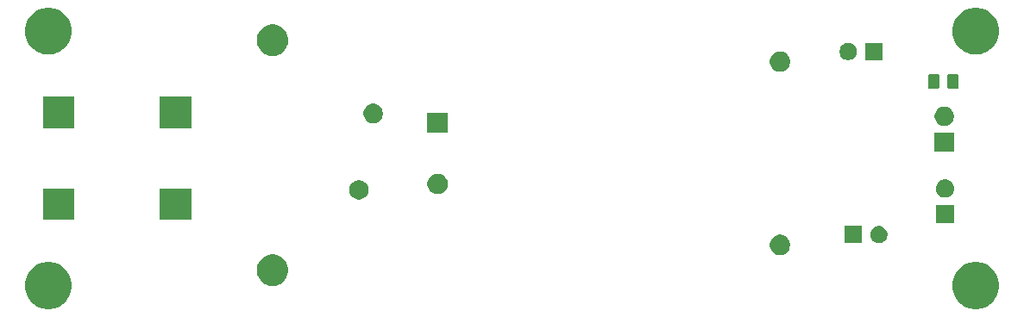
<source format=gbr>
G04 #@! TF.GenerationSoftware,KiCad,Pcbnew,(5.0.1)-3*
G04 #@! TF.CreationDate,2021-03-31T10:43:35+05:45*
G04 #@! TF.ProjectId,Power,506F7765722E6B696361645F70636200,rev?*
G04 #@! TF.SameCoordinates,Original*
G04 #@! TF.FileFunction,Soldermask,Top*
G04 #@! TF.FilePolarity,Negative*
%FSLAX46Y46*%
G04 Gerber Fmt 4.6, Leading zero omitted, Abs format (unit mm)*
G04 Created by KiCad (PCBNEW (5.0.1)-3) date 3/31/2021 10:43:35 AM*
%MOMM*%
%LPD*%
G01*
G04 APERTURE LIST*
%ADD10C,0.100000*%
G04 APERTURE END LIST*
D10*
G36*
X239448903Y-65743213D02*
X239671177Y-65787426D01*
X240089932Y-65960880D01*
X240466802Y-66212696D01*
X240787304Y-66533198D01*
X241039120Y-66910068D01*
X241212574Y-67328823D01*
X241301000Y-67773371D01*
X241301000Y-68226629D01*
X241212574Y-68671177D01*
X241039120Y-69089932D01*
X240787304Y-69466802D01*
X240466802Y-69787304D01*
X240089932Y-70039120D01*
X239671177Y-70212574D01*
X239448903Y-70256787D01*
X239226630Y-70301000D01*
X238773370Y-70301000D01*
X238551097Y-70256787D01*
X238328823Y-70212574D01*
X237910068Y-70039120D01*
X237533198Y-69787304D01*
X237212696Y-69466802D01*
X236960880Y-69089932D01*
X236787426Y-68671177D01*
X236699000Y-68226629D01*
X236699000Y-67773371D01*
X236787426Y-67328823D01*
X236960880Y-66910068D01*
X237212696Y-66533198D01*
X237533198Y-66212696D01*
X237910068Y-65960880D01*
X238328823Y-65787426D01*
X238551097Y-65743213D01*
X238773370Y-65699000D01*
X239226630Y-65699000D01*
X239448903Y-65743213D01*
X239448903Y-65743213D01*
G37*
G36*
X148448903Y-65743213D02*
X148671177Y-65787426D01*
X149089932Y-65960880D01*
X149466802Y-66212696D01*
X149787304Y-66533198D01*
X150039120Y-66910068D01*
X150212574Y-67328823D01*
X150301000Y-67773371D01*
X150301000Y-68226629D01*
X150212574Y-68671177D01*
X150039120Y-69089932D01*
X149787304Y-69466802D01*
X149466802Y-69787304D01*
X149089932Y-70039120D01*
X148671177Y-70212574D01*
X148448903Y-70256787D01*
X148226630Y-70301000D01*
X147773370Y-70301000D01*
X147551097Y-70256787D01*
X147328823Y-70212574D01*
X146910068Y-70039120D01*
X146533198Y-69787304D01*
X146212696Y-69466802D01*
X145960880Y-69089932D01*
X145787426Y-68671177D01*
X145699000Y-68226629D01*
X145699000Y-67773371D01*
X145787426Y-67328823D01*
X145960880Y-66910068D01*
X146212696Y-66533198D01*
X146533198Y-66212696D01*
X146910068Y-65960880D01*
X147328823Y-65787426D01*
X147551097Y-65743213D01*
X147773370Y-65699000D01*
X148226630Y-65699000D01*
X148448903Y-65743213D01*
X148448903Y-65743213D01*
G37*
G36*
X170352527Y-64988736D02*
X170452410Y-65008604D01*
X170734674Y-65125521D01*
X170988705Y-65295259D01*
X171204741Y-65511295D01*
X171374479Y-65765326D01*
X171491396Y-66047590D01*
X171551000Y-66347240D01*
X171551000Y-66652760D01*
X171491396Y-66952410D01*
X171374479Y-67234674D01*
X171204741Y-67488705D01*
X170988705Y-67704741D01*
X170734674Y-67874479D01*
X170452410Y-67991396D01*
X170352527Y-68011264D01*
X170152762Y-68051000D01*
X169847238Y-68051000D01*
X169647473Y-68011264D01*
X169547590Y-67991396D01*
X169265326Y-67874479D01*
X169011295Y-67704741D01*
X168795259Y-67488705D01*
X168625521Y-67234674D01*
X168508604Y-66952410D01*
X168449000Y-66652760D01*
X168449000Y-66347240D01*
X168508604Y-66047590D01*
X168625521Y-65765326D01*
X168795259Y-65511295D01*
X169011295Y-65295259D01*
X169265326Y-65125521D01*
X169547590Y-65008604D01*
X169647473Y-64988736D01*
X169847238Y-64949000D01*
X170152762Y-64949000D01*
X170352527Y-64988736D01*
X170352527Y-64988736D01*
G37*
G36*
X220091981Y-63037468D02*
X220274150Y-63112925D01*
X220438103Y-63222475D01*
X220577525Y-63361897D01*
X220687075Y-63525850D01*
X220762532Y-63708019D01*
X220801000Y-63901410D01*
X220801000Y-64098590D01*
X220762532Y-64291981D01*
X220687075Y-64474150D01*
X220577525Y-64638103D01*
X220438103Y-64777525D01*
X220274150Y-64887075D01*
X220091981Y-64962532D01*
X219898590Y-65001000D01*
X219701410Y-65001000D01*
X219508019Y-64962532D01*
X219325850Y-64887075D01*
X219161897Y-64777525D01*
X219022475Y-64638103D01*
X218912925Y-64474150D01*
X218837468Y-64291981D01*
X218799000Y-64098590D01*
X218799000Y-63901410D01*
X218837468Y-63708019D01*
X218912925Y-63525850D01*
X219022475Y-63361897D01*
X219161897Y-63222475D01*
X219325850Y-63112925D01*
X219508019Y-63037468D01*
X219701410Y-62999000D01*
X219898590Y-62999000D01*
X220091981Y-63037468D01*
X220091981Y-63037468D01*
G37*
G36*
X229748228Y-62181703D02*
X229903100Y-62245853D01*
X230042481Y-62338985D01*
X230161015Y-62457519D01*
X230254147Y-62596900D01*
X230318297Y-62751772D01*
X230351000Y-62916184D01*
X230351000Y-63083816D01*
X230318297Y-63248228D01*
X230254147Y-63403100D01*
X230161015Y-63542481D01*
X230042481Y-63661015D01*
X229903100Y-63754147D01*
X229748228Y-63818297D01*
X229583816Y-63851000D01*
X229416184Y-63851000D01*
X229251772Y-63818297D01*
X229096900Y-63754147D01*
X228957519Y-63661015D01*
X228838985Y-63542481D01*
X228745853Y-63403100D01*
X228681703Y-63248228D01*
X228649000Y-63083816D01*
X228649000Y-62916184D01*
X228681703Y-62751772D01*
X228745853Y-62596900D01*
X228838985Y-62457519D01*
X228957519Y-62338985D01*
X229096900Y-62245853D01*
X229251772Y-62181703D01*
X229416184Y-62149000D01*
X229583816Y-62149000D01*
X229748228Y-62181703D01*
X229748228Y-62181703D01*
G37*
G36*
X227851000Y-63851000D02*
X226149000Y-63851000D01*
X226149000Y-62149000D01*
X227851000Y-62149000D01*
X227851000Y-63851000D01*
X227851000Y-63851000D01*
G37*
G36*
X236901000Y-61901000D02*
X235099000Y-61901000D01*
X235099000Y-60099000D01*
X236901000Y-60099000D01*
X236901000Y-61901000D01*
X236901000Y-61901000D01*
G37*
G36*
X162051000Y-61551000D02*
X158949000Y-61551000D01*
X158949000Y-58449000D01*
X162051000Y-58449000D01*
X162051000Y-61551000D01*
X162051000Y-61551000D01*
G37*
G36*
X150551000Y-61551000D02*
X147449000Y-61551000D01*
X147449000Y-58449000D01*
X150551000Y-58449000D01*
X150551000Y-61551000D01*
X150551000Y-61551000D01*
G37*
G36*
X178757396Y-57675546D02*
X178930466Y-57747234D01*
X179086230Y-57851312D01*
X179218688Y-57983770D01*
X179322766Y-58139534D01*
X179394454Y-58312604D01*
X179431000Y-58496333D01*
X179431000Y-58683667D01*
X179394454Y-58867396D01*
X179322766Y-59040466D01*
X179218688Y-59196230D01*
X179086230Y-59328688D01*
X178930466Y-59432766D01*
X178757396Y-59504454D01*
X178573667Y-59541000D01*
X178386333Y-59541000D01*
X178202604Y-59504454D01*
X178029534Y-59432766D01*
X177873770Y-59328688D01*
X177741312Y-59196230D01*
X177637234Y-59040466D01*
X177565546Y-58867396D01*
X177529000Y-58683667D01*
X177529000Y-58496333D01*
X177565546Y-58312604D01*
X177637234Y-58139534D01*
X177741312Y-57983770D01*
X177873770Y-57851312D01*
X178029534Y-57747234D01*
X178202604Y-57675546D01*
X178386333Y-57639000D01*
X178573667Y-57639000D01*
X178757396Y-57675546D01*
X178757396Y-57675546D01*
G37*
G36*
X236110442Y-57565518D02*
X236176627Y-57572037D01*
X236289853Y-57606384D01*
X236346467Y-57623557D01*
X236375358Y-57639000D01*
X236502991Y-57707222D01*
X236538729Y-57736552D01*
X236640186Y-57819814D01*
X236707149Y-57901410D01*
X236752778Y-57957009D01*
X236752779Y-57957011D01*
X236836443Y-58113533D01*
X236836443Y-58113534D01*
X236887963Y-58283373D01*
X236905359Y-58460000D01*
X236887963Y-58636627D01*
X236853616Y-58749853D01*
X236836443Y-58806467D01*
X236803875Y-58867396D01*
X236752778Y-58962991D01*
X236723448Y-58998729D01*
X236640186Y-59100186D01*
X236538729Y-59183448D01*
X236502991Y-59212778D01*
X236502989Y-59212779D01*
X236346467Y-59296443D01*
X236289853Y-59313616D01*
X236176627Y-59347963D01*
X236110442Y-59354482D01*
X236044260Y-59361000D01*
X235955740Y-59361000D01*
X235889558Y-59354482D01*
X235823373Y-59347963D01*
X235710147Y-59313616D01*
X235653533Y-59296443D01*
X235497011Y-59212779D01*
X235497009Y-59212778D01*
X235461271Y-59183448D01*
X235359814Y-59100186D01*
X235276552Y-58998729D01*
X235247222Y-58962991D01*
X235196125Y-58867396D01*
X235163557Y-58806467D01*
X235146384Y-58749853D01*
X235112037Y-58636627D01*
X235094641Y-58460000D01*
X235112037Y-58283373D01*
X235163557Y-58113534D01*
X235163557Y-58113533D01*
X235247221Y-57957011D01*
X235247222Y-57957009D01*
X235292851Y-57901410D01*
X235359814Y-57819814D01*
X235461271Y-57736552D01*
X235497009Y-57707222D01*
X235624642Y-57639000D01*
X235653533Y-57623557D01*
X235710147Y-57606384D01*
X235823373Y-57572037D01*
X235889558Y-57565518D01*
X235955740Y-57559000D01*
X236044260Y-57559000D01*
X236110442Y-57565518D01*
X236110442Y-57565518D01*
G37*
G36*
X186491981Y-57037468D02*
X186674150Y-57112925D01*
X186838103Y-57222475D01*
X186977525Y-57361897D01*
X187087075Y-57525850D01*
X187162532Y-57708019D01*
X187201000Y-57901410D01*
X187201000Y-58098590D01*
X187162532Y-58291981D01*
X187087075Y-58474150D01*
X186977525Y-58638103D01*
X186838103Y-58777525D01*
X186674150Y-58887075D01*
X186491981Y-58962532D01*
X186298590Y-59001000D01*
X186101410Y-59001000D01*
X185908019Y-58962532D01*
X185725850Y-58887075D01*
X185561897Y-58777525D01*
X185422475Y-58638103D01*
X185312925Y-58474150D01*
X185237468Y-58291981D01*
X185199000Y-58098590D01*
X185199000Y-57901410D01*
X185237468Y-57708019D01*
X185312925Y-57525850D01*
X185422475Y-57361897D01*
X185561897Y-57222475D01*
X185725850Y-57112925D01*
X185908019Y-57037468D01*
X186101410Y-56999000D01*
X186298590Y-56999000D01*
X186491981Y-57037468D01*
X186491981Y-57037468D01*
G37*
G36*
X236881000Y-54871000D02*
X234979000Y-54871000D01*
X234979000Y-52969000D01*
X236881000Y-52969000D01*
X236881000Y-54871000D01*
X236881000Y-54871000D01*
G37*
G36*
X187201000Y-53001000D02*
X185199000Y-53001000D01*
X185199000Y-50999000D01*
X187201000Y-50999000D01*
X187201000Y-53001000D01*
X187201000Y-53001000D01*
G37*
G36*
X150551000Y-52551000D02*
X147449000Y-52551000D01*
X147449000Y-49449000D01*
X150551000Y-49449000D01*
X150551000Y-52551000D01*
X150551000Y-52551000D01*
G37*
G36*
X162051000Y-52551000D02*
X158949000Y-52551000D01*
X158949000Y-49449000D01*
X162051000Y-49449000D01*
X162051000Y-52551000D01*
X162051000Y-52551000D01*
G37*
G36*
X236207396Y-50465546D02*
X236380466Y-50537234D01*
X236536230Y-50641312D01*
X236668688Y-50773770D01*
X236772766Y-50929534D01*
X236844454Y-51102604D01*
X236881000Y-51286333D01*
X236881000Y-51473667D01*
X236844454Y-51657396D01*
X236772766Y-51830466D01*
X236668688Y-51986230D01*
X236536230Y-52118688D01*
X236380466Y-52222766D01*
X236207396Y-52294454D01*
X236023667Y-52331000D01*
X235836333Y-52331000D01*
X235652604Y-52294454D01*
X235479534Y-52222766D01*
X235323770Y-52118688D01*
X235191312Y-51986230D01*
X235087234Y-51830466D01*
X235015546Y-51657396D01*
X234979000Y-51473667D01*
X234979000Y-51286333D01*
X235015546Y-51102604D01*
X235087234Y-50929534D01*
X235191312Y-50773770D01*
X235323770Y-50641312D01*
X235479534Y-50537234D01*
X235652604Y-50465546D01*
X235836333Y-50429000D01*
X236023667Y-50429000D01*
X236207396Y-50465546D01*
X236207396Y-50465546D01*
G37*
G36*
X180157396Y-50175546D02*
X180330466Y-50247234D01*
X180486230Y-50351312D01*
X180618688Y-50483770D01*
X180722766Y-50639534D01*
X180794454Y-50812604D01*
X180831000Y-50996333D01*
X180831000Y-51183667D01*
X180794454Y-51367396D01*
X180722766Y-51540466D01*
X180618688Y-51696230D01*
X180486230Y-51828688D01*
X180330466Y-51932766D01*
X180157396Y-52004454D01*
X179973667Y-52041000D01*
X179786333Y-52041000D01*
X179602604Y-52004454D01*
X179429534Y-51932766D01*
X179273770Y-51828688D01*
X179141312Y-51696230D01*
X179037234Y-51540466D01*
X178965546Y-51367396D01*
X178929000Y-51183667D01*
X178929000Y-50996333D01*
X178965546Y-50812604D01*
X179037234Y-50639534D01*
X179141312Y-50483770D01*
X179273770Y-50351312D01*
X179429534Y-50247234D01*
X179602604Y-50175546D01*
X179786333Y-50139000D01*
X179973667Y-50139000D01*
X180157396Y-50175546D01*
X180157396Y-50175546D01*
G37*
G36*
X235274466Y-47183565D02*
X235313137Y-47195296D01*
X235348779Y-47214348D01*
X235380017Y-47239983D01*
X235405652Y-47271221D01*
X235424704Y-47306863D01*
X235436435Y-47345534D01*
X235441000Y-47391888D01*
X235441000Y-48468112D01*
X235436435Y-48514466D01*
X235424704Y-48553137D01*
X235405652Y-48588779D01*
X235380017Y-48620017D01*
X235348779Y-48645652D01*
X235313137Y-48664704D01*
X235274466Y-48676435D01*
X235228112Y-48681000D01*
X234576888Y-48681000D01*
X234530534Y-48676435D01*
X234491863Y-48664704D01*
X234456221Y-48645652D01*
X234424983Y-48620017D01*
X234399348Y-48588779D01*
X234380296Y-48553137D01*
X234368565Y-48514466D01*
X234364000Y-48468112D01*
X234364000Y-47391888D01*
X234368565Y-47345534D01*
X234380296Y-47306863D01*
X234399348Y-47271221D01*
X234424983Y-47239983D01*
X234456221Y-47214348D01*
X234491863Y-47195296D01*
X234530534Y-47183565D01*
X234576888Y-47179000D01*
X235228112Y-47179000D01*
X235274466Y-47183565D01*
X235274466Y-47183565D01*
G37*
G36*
X237149466Y-47183565D02*
X237188137Y-47195296D01*
X237223779Y-47214348D01*
X237255017Y-47239983D01*
X237280652Y-47271221D01*
X237299704Y-47306863D01*
X237311435Y-47345534D01*
X237316000Y-47391888D01*
X237316000Y-48468112D01*
X237311435Y-48514466D01*
X237299704Y-48553137D01*
X237280652Y-48588779D01*
X237255017Y-48620017D01*
X237223779Y-48645652D01*
X237188137Y-48664704D01*
X237149466Y-48676435D01*
X237103112Y-48681000D01*
X236451888Y-48681000D01*
X236405534Y-48676435D01*
X236366863Y-48664704D01*
X236331221Y-48645652D01*
X236299983Y-48620017D01*
X236274348Y-48588779D01*
X236255296Y-48553137D01*
X236243565Y-48514466D01*
X236239000Y-48468112D01*
X236239000Y-47391888D01*
X236243565Y-47345534D01*
X236255296Y-47306863D01*
X236274348Y-47271221D01*
X236299983Y-47239983D01*
X236331221Y-47214348D01*
X236366863Y-47195296D01*
X236405534Y-47183565D01*
X236451888Y-47179000D01*
X237103112Y-47179000D01*
X237149466Y-47183565D01*
X237149466Y-47183565D01*
G37*
G36*
X220091981Y-45037468D02*
X220274150Y-45112925D01*
X220438103Y-45222475D01*
X220577525Y-45361897D01*
X220687075Y-45525850D01*
X220762532Y-45708019D01*
X220801000Y-45901410D01*
X220801000Y-46098590D01*
X220762532Y-46291981D01*
X220687075Y-46474150D01*
X220577525Y-46638103D01*
X220438103Y-46777525D01*
X220274150Y-46887075D01*
X220091981Y-46962532D01*
X219898590Y-47001000D01*
X219701410Y-47001000D01*
X219508019Y-46962532D01*
X219325850Y-46887075D01*
X219161897Y-46777525D01*
X219022475Y-46638103D01*
X218912925Y-46474150D01*
X218837468Y-46291981D01*
X218799000Y-46098590D01*
X218799000Y-45901410D01*
X218837468Y-45708019D01*
X218912925Y-45525850D01*
X219022475Y-45361897D01*
X219161897Y-45222475D01*
X219325850Y-45112925D01*
X219508019Y-45037468D01*
X219701410Y-44999000D01*
X219898590Y-44999000D01*
X220091981Y-45037468D01*
X220091981Y-45037468D01*
G37*
G36*
X226748228Y-44181703D02*
X226903100Y-44245853D01*
X227042481Y-44338985D01*
X227161015Y-44457519D01*
X227254147Y-44596900D01*
X227318297Y-44751772D01*
X227351000Y-44916184D01*
X227351000Y-45083816D01*
X227318297Y-45248228D01*
X227254147Y-45403100D01*
X227161015Y-45542481D01*
X227042481Y-45661015D01*
X226903100Y-45754147D01*
X226748228Y-45818297D01*
X226583816Y-45851000D01*
X226416184Y-45851000D01*
X226251772Y-45818297D01*
X226096900Y-45754147D01*
X225957519Y-45661015D01*
X225838985Y-45542481D01*
X225745853Y-45403100D01*
X225681703Y-45248228D01*
X225649000Y-45083816D01*
X225649000Y-44916184D01*
X225681703Y-44751772D01*
X225745853Y-44596900D01*
X225838985Y-44457519D01*
X225957519Y-44338985D01*
X226096900Y-44245853D01*
X226251772Y-44181703D01*
X226416184Y-44149000D01*
X226583816Y-44149000D01*
X226748228Y-44181703D01*
X226748228Y-44181703D01*
G37*
G36*
X229851000Y-45851000D02*
X228149000Y-45851000D01*
X228149000Y-44149000D01*
X229851000Y-44149000D01*
X229851000Y-45851000D01*
X229851000Y-45851000D01*
G37*
G36*
X170352527Y-42388736D02*
X170452410Y-42408604D01*
X170734674Y-42525521D01*
X170988705Y-42695259D01*
X171204741Y-42911295D01*
X171374479Y-43165326D01*
X171491396Y-43447590D01*
X171491396Y-43447591D01*
X171551000Y-43747238D01*
X171551000Y-44052762D01*
X171512591Y-44245853D01*
X171491396Y-44352410D01*
X171374479Y-44634674D01*
X171204741Y-44888705D01*
X170988705Y-45104741D01*
X170734674Y-45274479D01*
X170452410Y-45391396D01*
X170393570Y-45403100D01*
X170152762Y-45451000D01*
X169847238Y-45451000D01*
X169606430Y-45403100D01*
X169547590Y-45391396D01*
X169265326Y-45274479D01*
X169011295Y-45104741D01*
X168795259Y-44888705D01*
X168625521Y-44634674D01*
X168508604Y-44352410D01*
X168487409Y-44245853D01*
X168449000Y-44052762D01*
X168449000Y-43747238D01*
X168508604Y-43447591D01*
X168508604Y-43447590D01*
X168625521Y-43165326D01*
X168795259Y-42911295D01*
X169011295Y-42695259D01*
X169265326Y-42525521D01*
X169547590Y-42408604D01*
X169647473Y-42388736D01*
X169847238Y-42349000D01*
X170152762Y-42349000D01*
X170352527Y-42388736D01*
X170352527Y-42388736D01*
G37*
G36*
X148448903Y-40743213D02*
X148671177Y-40787426D01*
X149089932Y-40960880D01*
X149466802Y-41212696D01*
X149787304Y-41533198D01*
X150039120Y-41910068D01*
X150212574Y-42328823D01*
X150301000Y-42773371D01*
X150301000Y-43226629D01*
X150212574Y-43671177D01*
X150039120Y-44089932D01*
X149787304Y-44466802D01*
X149466802Y-44787304D01*
X149089932Y-45039120D01*
X148671177Y-45212574D01*
X148491932Y-45248228D01*
X148226630Y-45301000D01*
X147773370Y-45301000D01*
X147508068Y-45248228D01*
X147328823Y-45212574D01*
X146910068Y-45039120D01*
X146533198Y-44787304D01*
X146212696Y-44466802D01*
X145960880Y-44089932D01*
X145787426Y-43671177D01*
X145699000Y-43226629D01*
X145699000Y-42773371D01*
X145787426Y-42328823D01*
X145960880Y-41910068D01*
X146212696Y-41533198D01*
X146533198Y-41212696D01*
X146910068Y-40960880D01*
X147328823Y-40787426D01*
X147551097Y-40743213D01*
X147773370Y-40699000D01*
X148226630Y-40699000D01*
X148448903Y-40743213D01*
X148448903Y-40743213D01*
G37*
G36*
X239448903Y-40743213D02*
X239671177Y-40787426D01*
X240089932Y-40960880D01*
X240466802Y-41212696D01*
X240787304Y-41533198D01*
X241039120Y-41910068D01*
X241212574Y-42328823D01*
X241301000Y-42773371D01*
X241301000Y-43226629D01*
X241212574Y-43671177D01*
X241039120Y-44089932D01*
X240787304Y-44466802D01*
X240466802Y-44787304D01*
X240089932Y-45039120D01*
X239671177Y-45212574D01*
X239491932Y-45248228D01*
X239226630Y-45301000D01*
X238773370Y-45301000D01*
X238508068Y-45248228D01*
X238328823Y-45212574D01*
X237910068Y-45039120D01*
X237533198Y-44787304D01*
X237212696Y-44466802D01*
X236960880Y-44089932D01*
X236787426Y-43671177D01*
X236699000Y-43226629D01*
X236699000Y-42773371D01*
X236787426Y-42328823D01*
X236960880Y-41910068D01*
X237212696Y-41533198D01*
X237533198Y-41212696D01*
X237910068Y-40960880D01*
X238328823Y-40787426D01*
X238551097Y-40743213D01*
X238773370Y-40699000D01*
X239226630Y-40699000D01*
X239448903Y-40743213D01*
X239448903Y-40743213D01*
G37*
M02*

</source>
